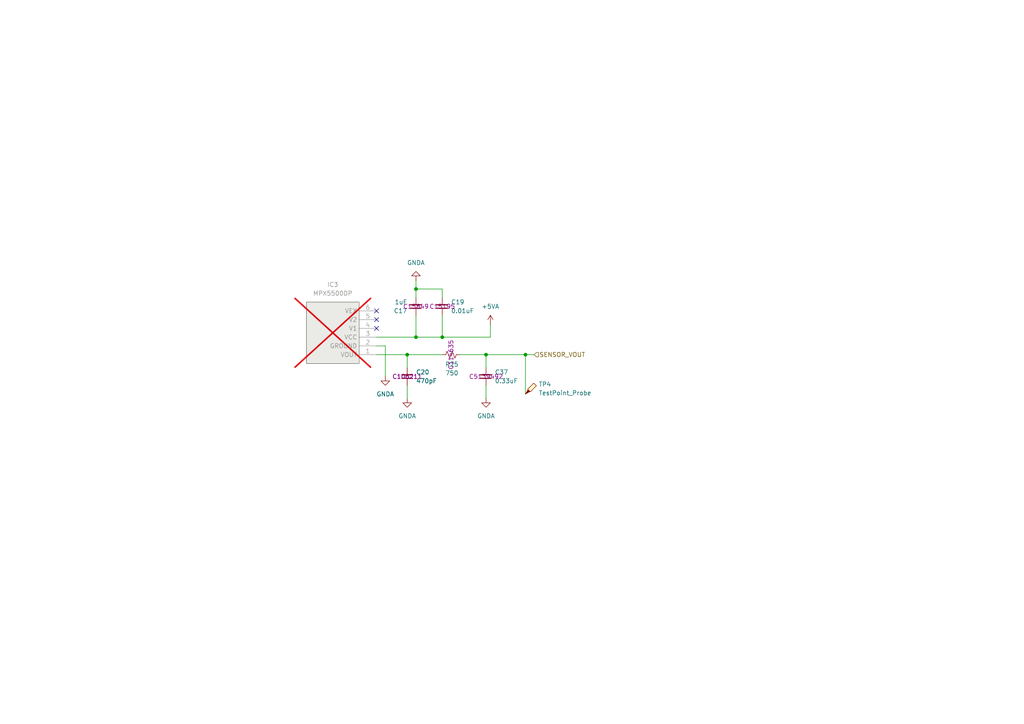
<source format=kicad_sch>
(kicad_sch (version 20250114) (generator "eeschema") (generator_version "9.0")
  (paper "A4")
  (lib_symbols
    (symbol "Connector:TestPoint_Probe" (pin_numbers (hide yes)) (pin_names (offset 0.762) (hide yes))
      (property "Reference" "TP" (at 1.651 5.842 0))
      (property "Value" "TestPoint_Probe" (at 1.651 4.064 0))
      (symbol "TestPoint_Probe_0_1"
        (polyline (pts (xy 1.27 0.762) (xy 0 0) (xy 0.762 1.27) (xy 1.27 0.762)) (fill (type outline)))
        (polyline (pts (xy 1.397 0.635) (xy 0.635 1.397) (xy 2.413 3.175) (xy 3.175 2.413) (xy 1.397 0.635)) (fill (type background)))
      )
      (symbol "TestPoint_Probe_1_1"
        (pin passive line (at 0 0 90) (length 0) (name "1") (number "1"))
      )
    )
    (symbol "Device:C_Small" (pin_numbers (hide yes)) (pin_names (offset 0.254) (hide yes))
      (property "Reference" "C" (at 0.254 1.778 0))
      (property "Value" "C_Small" (at 0.254 -2.032 0))
      (symbol "C_Small_0_1"
        (polyline (pts (xy -1.524 0.508) (xy 1.524 0.508)) (stroke (width 0.3048)))
        (polyline (pts (xy -1.524 -0.508) (xy 1.524 -0.508)) (stroke (width 0.3302)))
      )
      (symbol "C_Small_1_1"
        (pin passive line (at 0 2.54 270) (length 2.032) (name "~") (number "1"))
        (pin passive line (at 0 -2.54 90) (length 2.032) (name "~") (number "2"))
      )
    )
    (symbol "Device:R_Small_US" (pin_numbers (hide yes)) (pin_names (offset 0.254) (hide yes))
      (property "Reference" "R" (at 0.762 0.508 0))
      (property "Value" "R_Small_US" (at 0.762 -1.016 0))
      (symbol "R_Small_US_1_1"
        (polyline (pts (xy 0 1.524) (xy 1.016 1.143) (xy 0 0.762) (xy -1.016 0.381) (xy 0 0)))
        (polyline (pts (xy 0 0) (xy 1.016 -0.381) (xy 0 -0.762) (xy -1.016 -1.143) (xy 0 -1.524)))
        (pin passive line (at 0 2.54 270) (length 1.016) (name "~") (number "1"))
        (pin passive line (at 0 -2.54 90) (length 1.016) (name "~") (number "2"))
      )
    )
    (symbol "Vendor_Symbols:MPX5500DP"
      (property "Reference" "IC" (at 21.59 7.62 0))
      (property "Value" "MPX5500DP" (at 21.59 5.08 0))
      (symbol "MPX5500DP_1_1"
        (rectangle (start 5.08 2.54) (end 20.32 -15.24) (stroke (width 0.254)) (fill (type background)))
        (pin passive line (at 0 0 0) (length 5.08) (name "VOUT") (number "1"))
        (pin passive line (at 0 -2.54 0) (length 5.08) (name "GROUND") (number "2"))
        (pin passive line (at 0 -5.08 0) (length 5.08) (name "VCC") (number "3"))
        (pin passive line (at 0 -7.62 0) (length 5.08) (name "V1") (number "4"))
        (pin passive line (at 0 -10.16 0) (length 5.08) (name "V2") (number "5"))
        (pin passive line (at 0 -12.7 0) (length 5.08) (name "VEX") (number "6"))
      )
    )
    (symbol "power:+5VA" (power) (pin_numbers (hide yes)) (pin_names (offset 0) (hide yes))
      (property "Value" "+5VA" (at 0 3.556 0))
      (symbol "+5VA_0_1"
        (polyline (pts (xy -0.762 1.27) (xy 0 2.54)))
        (polyline (pts (xy 0 2.54) (xy 0.762 1.27)))
        (polyline (pts (xy 0 0) (xy 0 2.54)))
      )
      (symbol "+5VA_1_1"
        (pin power_in line (at 0 0 90) (length 0) (name "~") (number "1"))
      )
    )
    (symbol "power:GNDA" (power) (pin_numbers (hide yes)) (pin_names (offset 0) (hide yes))
      (property "Value" "GNDA" (at 0 -3.81 0))
      (symbol "GNDA_0_1"
        (polyline (pts (xy 0 0) (xy 0 -1.27) (xy 1.27 -1.27) (xy 0 -2.54) (xy -1.27 -1.27) (xy 0 -1.27)))
      )
      (symbol "GNDA_1_1"
        (pin power_in line (at 0 0 270) (length 0) (name "~") (number "1"))
      )
    )
  )
  (junction (at 140.97 102.87))
  (junction (at 152.4 102.87))
  (junction (at 128.27 97.79))
  (junction (at 118.11 102.87))
  (junction (at 120.65 83.82))
  (junction (at 120.65 97.79))
  (no_connect (at 109.22 92.71))
  (no_connect (at 109.22 90.17))
  (no_connect (at 109.22 95.25))
  (wire (pts (xy 120.65 83.82) (xy 120.65 86.36)))
  (wire (pts (xy 152.4 102.87) (xy 152.4 114.3)))
  (wire (pts (xy 140.97 102.87) (xy 152.4 102.87)))
  (wire (pts (xy 152.4 102.87) (xy 154.94 102.87)))
  (wire (pts (xy 128.27 83.82) (xy 120.65 83.82)))
  (wire (pts (xy 128.27 97.79) (xy 128.27 91.44)))
  (wire (pts (xy 118.11 106.68) (xy 118.11 102.87)))
  (wire (pts (xy 118.11 115.57) (xy 118.11 111.76)))
  (wire (pts (xy 142.24 97.79) (xy 142.24 93.98)))
  (wire (pts (xy 133.35 102.87) (xy 140.97 102.87)))
  (wire (pts (xy 109.22 97.79) (xy 120.65 97.79)))
  (wire (pts (xy 128.27 97.79) (xy 142.24 97.79)))
  (wire (pts (xy 118.11 102.87) (xy 109.22 102.87)))
  (wire (pts (xy 118.11 102.87) (xy 128.27 102.87)))
  (wire (pts (xy 128.27 86.36) (xy 128.27 83.82)))
  (wire (pts (xy 120.65 97.79) (xy 120.65 91.44)))
  (wire (pts (xy 111.76 109.22) (xy 111.76 100.33)))
  (wire (pts (xy 111.76 100.33) (xy 109.22 100.33)))
  (wire (pts (xy 120.65 81.28) (xy 120.65 83.82)))
  (wire (pts (xy 140.97 111.76) (xy 140.97 115.57)))
  (wire (pts (xy 140.97 102.87) (xy 140.97 106.68)))
  (wire (pts (xy 120.65 97.79) (xy 128.27 97.79)))
  (hierarchical_label "SENSOR_VOUT" (shape input) (at 154.94 102.87 0))
  (symbol (lib_id "power:GNDA") (at 111.76 109.22 0) (unit 1)
    (property "Reference" "#PWR05" (effects (hide yes)))
    (property "Value" "GNDA" (at 111.76 114.3 0))
    (property "Description" "Power symbol creates a global label with name \"GNDA\" , analog ground" (effects (hide yes)))
    (instances (project "PCB" (path "" (reference "#PWR03") (unit 1)) (path "" (reference "#PWR05") (unit 1))))
  )
  (symbol (lib_id "power:+5VA") (at 142.24 93.98 0) (unit 1)
    (property "Reference" "#PWR043" (effects (hide yes)))
    (property "Value" "+5VA" (at 142.24 88.9 0))
    (property "Description" "Power symbol creates a global label with name \"+5VA\"" (effects (hide yes)))
    (instances (project "PCB" (path "" (reference "#PWR042") (unit 1)) (path "" (reference "#PWR043") (unit 1))))
  )
  (symbol (lib_id "Device:C_Small") (at 128.27 88.9 180) (unit 1)
    (property "Reference" "C28" (at 130.81 87.6235 0) (effects (justify right)))
    (property "Value" "0.01uF" (at 130.81 90.1635 0) (effects (justify right)))
    (property "Footprint" "Capacitor_SMD:C_0402_1005Metric_Pad0.74x0.62mm_HandSolder" (effects (hide yes)))
    (property "Description" "10000 pF ±10% 50V Ceramic Capacitor X7R 0402 (1005 Metric)" (effects (hide yes)))
    (property "MPN" "CL05B103KB5NNNC" (effects (hide yes)))
    (property "Manufacturer" "Samsung Electro-Mechanics" (effects (hide yes)))
    (property "DigiKey Link" "https://www.digikey.com/en/products/detail/samsung-electro-mechanics/CL05B103KB5NNNC/3886686" (effects (hide yes)))
    (property "LCSC" "C15195" (at 128.27 88.9 0))
    (instances (project "PCB" (path "" (reference "C19") (unit 1)) (path "" (reference "C28") (unit 1))))
  )
  (symbol (lib_id "power:GNDA") (at 118.11 115.57 0) (unit 1)
    (property "Reference" "#PWR06" (effects (hide yes)))
    (property "Value" "GNDA" (at 118.11 120.65 0))
    (property "Description" "Power symbol creates a global label with name \"GNDA\" , analog ground" (effects (hide yes)))
    (instances (project "PCB" (path "" (reference "#PWR02") (unit 1)) (path "" (reference "#PWR06") (unit 1))))
  )
  (symbol (lib_id "power:GNDA") (at 120.65 81.28 180) (unit 1)
    (property "Reference" "#PWR07" (effects (hide yes)))
    (property "Value" "GNDA" (at 120.65 76.2 0))
    (property "Description" "Power symbol creates a global label with name \"GNDA\" , analog ground" (effects (hide yes)))
    (instances (project "PCB" (path "" (reference "#PWR04") (unit 1)) (path "" (reference "#PWR07") (unit 1))))
  )
  (symbol (lib_id "power:GNDA") (at 140.97 115.57 0) (unit 1)
    (property "Reference" "#PWR08" (effects (hide yes)))
    (property "Value" "GNDA" (at 140.97 120.65 0))
    (property "Description" "Power symbol creates a global label with name \"GNDA\" , analog ground" (effects (hide yes)))
    (instances (project "PCB" (path "" (reference "#PWR01") (unit 1)) (path "" (reference "#PWR08") (unit 1))))
  )
  (symbol (lib_id "Vendor_Symbols:MPX5500DP") (at 109.22 102.87 180) (unit 1) (in_bom no) (dnp yes)
    (property "Reference" "IC4" (at 96.52 82.55 0))
    (property "Value" "MPX5500DP" (at 96.52 85.09 0))
    (property "Footprint" "Vendor_Footprints:MPX5500DP" (effects (hide yes)))
    (property "Datasheet" "https://www.nxp.com/docs/en/data-sheet/MPX5500.pdf" (effects (hide yes)))
    (property "Description" "Pressure Sensor 72.52PSI (500kPa) Differential Male - 0.19\" (4.93mm) Tube, Dual 0.2 V ~ 4.7 V 6-SIP Module" (effects (hide yes)))
    (property "MPN" "MPX5500DP" (effects (hide yes)))
    (property "Manufacturer" "NXP USA Inc." (effects (hide yes)))
    (property "DigiKey Link" "https://www.digikey.com/en/products/detail/nxp-usa-inc/MPX5500DP/608501" (effects (hide yes)))
    (instances (project "PCB" (path "" (reference "IC3") (unit 1)) (path "" (reference "IC4") (unit 1))))
  )
  (symbol (lib_id "Device:C_Small") (at 140.97 109.22 180) (unit 1)
    (property "Reference" "C38" (at 143.51 107.9435 0) (effects (justify right)))
    (property "Value" "0.33uF" (at 143.51 110.4835 0) (effects (justify right)))
    (property "Footprint" "Capacitor_SMD:C_0603_1608Metric_Pad1.08x0.95mm_HandSolder" (effects (hide yes)))
    (property "Description" "25V 0.33uF X7R ±10% 0603 Multilayer Ceramic Capacitors MLCC - SMD/SMT ROHS" (effects (hide yes)))
    (property "MPN" "CL10B334KA8VPNC" (effects (hide yes)))
    (property "Manufacturer" "Samsung Electro-Mechanics" (effects (hide yes)))
    (property "DigiKey Link" "https://www.digikey.com/en/products/detail/samsung-electro-mechanics/CL10B334KO8NNNC/3887706" (effects (hide yes)))
    (property "LCSC" "C5139492" (at 140.97 109.22 0))
    (instances (project "PCB" (path "" (reference "C37") (unit 1)) (path "" (reference "C38") (unit 1))))
  )
  (symbol (lib_id "Device:C_Small") (at 118.11 109.22 180) (unit 1)
    (property "Reference" "C21" (at 120.65 107.9435 0) (effects (justify right)))
    (property "Value" "470pF" (at 120.65 110.4835 0) (effects (justify right)))
    (property "Footprint" "Capacitor_SMD:C_0603_1608Metric_Pad1.08x0.95mm_HandSolder" (effects (hide yes)))
    (property "Description" "50V 470pF NP0 ±5% 0603 Multilayer Ceramic Capacitors MLCC - SMD/SMT ROHS" (effects (hide yes)))
    (property "MPN" "CC0603JRNPO9BN471" (effects (hide yes)))
    (property "Manufacturer" "YAGEO" (effects (hide yes)))
    (property "DigiKey Link" "https://www.digikey.com/en/products/detail/samsung-electro-mechanics/CL10C471JB8NNNC/3886826" (effects (hide yes)))
    (property "LCSC" "C106211" (at 118.11 109.22 0))
    (instances (project "PCB" (path "" (reference "C20") (unit 1)) (path "" (reference "C21") (unit 1))))
  )
  (symbol (lib_id "Device:C_Small") (at 120.65 88.9 180) (unit 1)
    (property "Reference" "C22" (at 118.11 90.1638 0) (effects (justify left)))
    (property "Value" "1uF" (at 118.11 87.6238 0) (effects (justify left)))
    (property "Footprint" "Capacitor_SMD:C_0603_1608Metric_Pad1.08x0.95mm_HandSolder" (effects (hide yes)))
    (property "Description" "50V 1uF X5R ±10% 0603 Multilayer Ceramic Capacitors MLCC - SMD/SMT ROHS" (effects (hide yes)))
    (property "MPN" "CL10A105KB8NNNC" (effects (hide yes)))
    (property "Manufacturer" "Samsung Electro-Mechanics" (effects (hide yes)))
    (property "DigiKey Link" "https://www.digikey.com/en/products/detail/samsung-electro-mechanics/CL10B105KO8NNNC/3886677" (effects (hide yes)))
    (property "LCSC" "C15849" (at 120.65 88.9 0))
    (instances (project "PCB" (path "" (reference "C17") (unit 1)) (path "" (reference "C22") (unit 1))))
  )
  (symbol (lib_id "Connector:TestPoint_Probe") (at 152.4 114.3 0) (unit 1) (in_bom no)
    (property "Reference" "TP6" (at 156.21 111.4424 0) (effects (justify left)))
    (property "Value" "TestPoint_Probe" (at 156.21 113.9824 0) (effects (justify left)))
    (property "Footprint" "TestPoint:TestPoint_Keystone_5000-5004_Miniature" (effects (hide yes)))
    (property "Description" "test point (alternative probe-style design)" (effects (hide yes)))
    (instances (project "PCB" (path "" (reference "TP4") (unit 1)) (path "" (reference "TP6") (unit 1))))
  )
  (symbol (lib_id "Device:R_Small_US") (at 130.81 102.87 90) (unit 1)
    (property "Reference" "R26" (at 131.064 105.664 90))
    (property "Value" "750" (at 131.064 108.204 90))
    (property "Footprint" "Resistor_SMD:R_0603_1608Metric_Pad0.98x0.95mm_HandSolder" (effects (hide yes)))
    (property "Description" "100mW Thick Film Resistors 75V ±100ppm/℃ ±1% 750Ω 0603 Chip Resistor - Surface Mount ROHS" (effects (hide yes)))
    (property "MPN" "RC0603FR-07750RL" (effects (hide yes)))
    (property "Manufacturer" "YAGEO" (effects (hide yes)))
    (property "DigiKey Link" "https://www.digikey.com/en/products/detail/susumu/RG1608P-751-B-T5/1240626" (effects (hide yes)))
    (property "LCSC" "C114635" (at 130.81 102.87 0))
    (instances (project "PCB" (path "" (reference "R25") (unit 1)) (path "" (reference "R26") (unit 1))))
  )
)
</source>
